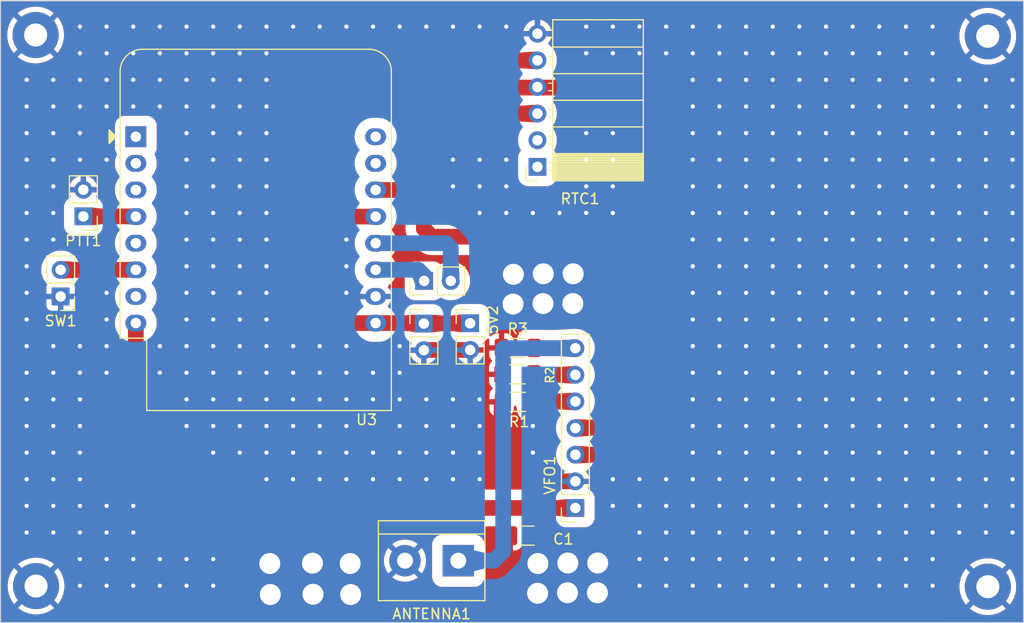
<source format=kicad_pcb>
(kicad_pcb (version 20221018) (generator pcbnew)
  (layers (0 "F.Cu" signal) (31 "B.Cu" signal) (34 "B.Paste" user) (35 "F.Paste" user) (36 "B.SilkS" user "B.Silkscreen") (37 "F.SilkS" user "F.Silkscreen") (38 "B.Mask" user) (39 "F.Mask" user) (44 "Edge.Cuts" user))
  (net 0 "")
  (net 3 "Net-(ANTENNA1-Pin_1)")
  (net 4 "GND")
  (net 5 "Net-(HEADER1-Pin_1)")
  (net 6 "Net-(HEADER1-Pin_2)")
  (net 7 "Net-(VFO1-S2)")
  (net 8 "Net-(VFO1-S1)")
  (net 9 "PTT")
  (net 10 "Net-(RTC1-SCL)")
  (net 11 "Net-(RTC1-SDA)")
  (net 12 "Net-(SW1-B)")
  (net 18 "+3.3V")
  (net 21 "+5V")
  (footprint "Connector_PinSocket_2.54mm:PinSocket_1x07_P2.54mm_Vertical" (layer "F.Cu") (at 82.8 62.16 180)
    (fp_text reference "VFO1")
    (fp_text value "SI5351-Module-VFO" hide)
  )
  (footprint "Module:WEMOS_D1_mini_light" (layer "F.Cu") (at 40.90086 26.742101)
    (fp_text reference "U3")
    (fp_text value "WeMos_D1_mini")
  )
  (footprint "Connector_PinHeader_2.54mm:PinHeader_1x02_P2.54mm_Vertical" (layer "F.Cu") (at 72.77 44.545)
    (fp_text reference "5V2")
    (fp_text value "5V" hide)
  )
  (footprint "Connector_PinSocket_2.54mm:PinSocket_1x06_P2.54mm_Horizontal" (layer "F.Cu") (at 79.186 29.618019 180)
    (fp_text reference "RTC1")
    (fp_text value "RTC_DS3231_Inverted" hide)
  )
  (footprint "Connector_PinHeader_2.54mm:PinHeader_1x02_P2.54mm_Vertical" (layer "F.Cu") (at 33.734 41.984981 180)
    (fp_text reference "SW1")
    (fp_text value "SW_SPST" hide)
  )
  (footprint "Connector_PinHeader_2.54mm:PinHeader_1x02_P2.54mm_Vertical" (layer "F.Cu") (at 68.358 44.567901)
    (fp_text reference "5V1" hide)
    (fp_text value "5V" hide)
  )
  (footprint "TerminalBlock:TerminalBlock_bornier-2_P5.08mm" (layer "F.Cu") (at 71.64 67.19 180)
    (fp_text reference "ANTENNA1")
    (fp_text value "ANTENNA")
  )
  (footprint "MountingHole:MountingHole_2.2mm_M2_Pad" (layer "F.Cu") (at 122.11 17.16)
    (fp_text reference "H2" hide)
    (fp_text value "MountingHole" hide)
  )
  (footprint "MountingHole:MountingHole_2.2mm_M2_Pad" (layer "F.Cu") (at 31.39 69.61)
    (fp_text reference "H3" hide)
    (fp_text value "MountingHole" hide)
  )
  (footprint "Resistor_SMD:R_1206_3216Metric_Pad1.30x1.75mm_HandSolder" (layer "F.Cu") (at 77.28 49.41)
    (fp_text reference "R2")
    (fp_text value "2.2k" hide)
  )
  (footprint "Resistor_SMD:R_1206_3216Metric_Pad1.30x1.75mm_HandSolder" (layer "F.Cu") (at 77.32 52.04)
    (fp_text reference "R1")
    (fp_text value "2.2k" hide)
  )
  (footprint "Connector_PinHeader_2.54mm:PinHeader_1x02_P2.54mm_Vertical" (layer "F.Cu") (at 35.9 34.345 180)
    (fp_text reference "PTT1")
    (fp_text value "PTT" hide)
  )
  (footprint "Resistor_SMD:R_1206_3216Metric_Pad1.30x1.75mm_HandSolder" (layer "F.Cu") (at 77.31 46.89)
    (fp_text reference "R3")
    (fp_text value "2.2k" hide)
  )
  (footprint "Connector_PinHeader_2.54mm:PinHeader_1x02_P2.54mm_Vertical" (layer "F.Cu") (at 68.385 40.5 90)
    (fp_text reference "HEADER1" hide)
    (fp_text value "HEADER" hide)
  )
  (footprint "MountingHole:MountingHole_2.2mm_M2_Pad" (layer "F.Cu") (at 31.35 17.04)
    (fp_text reference "H1" hide)
    (fp_text value "MountingHole" hide)
  )
  (footprint "Capacitor_SMD:C_1206_3216Metric_Pad1.33x1.80mm_HandSolder" (layer "F.Cu") (at 78.16 64.8 180)
    (fp_text reference "C1")
    (fp_text value "10uF" hide)
  )
  (footprint "MountingHole:MountingHole_2.2mm_M2_Pad" (layer "F.Cu") (at 122.12 69.67)
    (fp_text reference "H4" hide)
    (fp_text value "MountingHole" hide)
  )
  (gr_rect (start 28.004 13.774981) (end 125.524 73.094981) (stroke (width 0.1)) (fill none) (layer "Edge.Cuts"))
  (segment (start 82.8 46.92) (end 78.89 46.92) (width 1.5) (layer "F.Cu") (net 3))
  (segment (start 78.89 46.92) (end 78.86 46.89) (width 1.5) (layer "F.Cu") (net 3))
  (segment (start 75.03 67.19) (end 75.92 66.3) (width 1.5) (layer "B.Cu") (net 3))
  (segment (start 82.8 46.92) (end 76 46.92) (width 1.5) (layer "B.Cu") (net 3))
  (segment (start 75.92 47) (end 75.92 66.3) (width 1.5) (layer "B.Cu") (net 3))
  (segment (start 76 46.92) (end 75.92 47) (width 1.5) (layer "B.Cu") (net 3))
  (segment (start 71.64 67.19) (end 75.03 67.19) (width 1.5) (layer "B.Cu") (net 3))
  (segment (start 75.77 58.57) (end 75.77 52.04) (width 1.5) (layer "F.Cu") (net 4))
  (segment (start 76.82 59.62) (end 75.77 58.57) (width 1.5) (layer "F.Cu") (net 4))
  (segment (start 72.77 47.085) (end 68.380901 47.085) (width 1.5) (layer "F.Cu") (net 4))
  (segment (start 82.8 59.62) (end 76.82 59.62) (width 1.5) (layer "F.Cu") (net 4))
  (via (at 30.494 36.56) (size 0.8) (drill 0.4) (layers "F.Cu" "B.Cu") (net 4))
  (via (at 88.914 64.5) (size 0.8) (drill 0.4) (layers "F.Cu" "B.Cu") (net 4))
  (via (at 109.234 26.4) (size 0.8) (drill 0.4) (layers "F.Cu" "B.Cu") (net 4))
  (via (at 86.374 16.24) (size 0.8) (drill 0.4) (layers "F.Cu" "B.Cu") (net 4))
  (via (at 86.374 61.96) (size 0.8) (drill 0.4) (layers "F.Cu" "B.Cu") (net 4))
  (via (at 68.594 54.34) (size 0.8) (drill 0.4) (layers "F.Cu" "B.Cu") (net 4))
  (via (at 111.774 56.88) (size 0.8) (drill 0.4) (layers "F.Cu" "B.Cu") (net 4))
  (via (at 38.114 69.58) (size 0.8) (drill 0.4) (layers "F.Cu" "B.Cu") (net 4))
  (via (at 106.694 56.88) (size 0.8) (drill 0.4) (layers "F.Cu" "B.Cu") (net 4))
  (via (at 91.454 67.04) (size 0.8) (drill 0.4) (layers "F.Cu" "B.Cu") (net 4))
  (via (at 119.394 56.88) (size 0.8) (drill 0.4) (layers "F.Cu" "B.Cu") (net 4))
  (via (at 30.494 54.34) (size 0.8) (drill 0.4) (layers "F.Cu" "B.Cu") (net 4))
  (via (at 111.774 59.42) (size 0.8) (drill 0.4) (layers "F.Cu" "B.Cu") (net 4))
  (via (at 63.514 51.8) (size 0.8) (drill 0.4) (layers "F.Cu" "B.Cu") (net 4))
  (via (at 50.814 51.8) (size 0.8) (drill 0.4) (layers "F.Cu" "B.Cu") (net 4))
  (via (at 124.474 23.86) (size 0.8) (drill 0.4) (layers "F.Cu" "B.Cu") (net 4))
  (via (at 116.854 59.42) (size 0.8) (drill 0.4) (layers "F.Cu" "B.Cu") (net 4))
  (via (at 93.994 16.24) (size 0.8) (drill 0.4) (layers "F.Cu" "B.Cu") (net 4))
  (via (at 109.234 56.88) (size 0.8) (drill 0.4) (layers "F.Cu" "B.Cu") (net 4))
  (via (at 114.314 41.64) (size 0.8) (drill 0.4) (layers "F.Cu" "B.Cu") (net 4))
  (via (at 114.314 54.34) (size 0.8) (drill 0.4) (layers "F.Cu" "B.Cu") (net 4))
  (via (at 48.274 56.88) (size 0.8) (drill 0.4) (layers "F.Cu" "B.Cu") (net 4))
  (via (at 66.054 56.88) (size 0.8) (drill 0.4) (layers "F.Cu" "B.Cu") (net 4))
  (via (at 45.734 41.64) (size 0.8) (drill 0.4) (layers "F.Cu" "B.Cu") (net 4))
  (via (at 66.054 54.34) (size 0.8) (drill 0.4) (layers "F.Cu" "B.Cu") (net 4))
  (via (at 48.274 44.18) (size 0.8) (drill 0.4) (layers "F.Cu" "B.Cu") (net 4))
  (via (at 45.734 36.56) (size 0.8) (drill 0.4) (layers "F.Cu" "B.Cu") (net 4))
  (via (at 109.234 39.1) (size 0.8) (drill 0.4) (layers "F.Cu" "B.Cu") (net 4))
  (via (at 76.214 28.94) (size 0.8) (drill 0.4) (layers "F.Cu" "B.Cu") (net 4))
  (via (at 96.534 67.04) (size 0.8) (drill 0.4) (layers "F.Cu" "B.Cu") (net 4))
  (via (at 43.194 16.24) (size 0.8) (drill 0.4) (layers "F.Cu" "B.Cu") (net 4))
  (via (at 35.574 61.96) (size 0.8) (drill 0.4) (layers "F.Cu" "B.Cu") (net 4))
  (via (at 124.474 51.8) (size 0.8) (drill 0.4) (layers "F.Cu" "B.Cu") (net 4))
  (via (at 30.494 51.8) (size 0.8) (drill 0.4) (layers "F.Cu" "B.Cu") (net 4))
  (via (at 30.494 59.42) (size 0.8) (drill 0.4) (layers "F.Cu" "B.Cu") (net 4))
  (via (at 33.034 23.86) (size 0.8) (drill 0.4) (layers "F.Cu" "B.Cu") (net 4))
  (via (at 38.114 61.96) (size 0.8) (drill 0.4) (layers "F.Cu" "B.Cu") (net 4))
  (via (at 109.234 64.5) (size 0.8) (drill 0.4) (layers "F.Cu" "B.Cu") (net 4))
  (via (at 45.734 51.8) (size 0.8) (drill 0.4) (layers "F.Cu" "B.Cu") (net 4))
  (via (at 93.994 59.42) (size 0.8) (drill 0.4) (layers "F.Cu" "B.Cu") (net 4))
  (via (at 63.514 49.26) (size 0.8) (drill 0.4) (layers "F.Cu" "B.Cu") (net 4))
  (via (at 45.734 67.04) (size 0.8) (drill 0.4) (layers "F.Cu" "B.Cu") (net 4))
  (via (at 96.534 16.24) (size 0.8) (drill 0.4) (layers "F.Cu" "B.Cu") (net 4))
  (via (at 33.034 64.5) (size 0.8) (drill 0.4) (layers "F.Cu" "B.Cu") (net 4))
  (via (at 96.534 23.86) (size 0.8) (drill 0.4) (layers "F.Cu" "B.Cu") (net 4))
  (via (at 106.694 23.86) (size 0.8) (drill 0.4) (layers "F.Cu" "B.Cu") (net 4))
  (via (at 124.474 31.48) (size 0.8) (drill 0.4) (layers "F.Cu" "B.Cu") (net 4))
  (via (at 66.054 59.42) (size 0.8) (drill 0.4) (layers "F.Cu" "B.Cu") (net 4))
  (via (at 106.694 36.56) (size 0.8) (drill 0.4) (layers "F.Cu" "B.Cu") (net 4))
  (via (at 101.614 16.24) (size 0.8) (drill 0.4) (layers "F.Cu" "B.Cu") (net 4))
  (via (at 111.774 18.78) (size 0.8) (drill 0.4) (layers "F.Cu" "B.Cu") (net 4))
  (via (at 83.834 26.4) (size 0.8) (drill 0.4) (layers "F.Cu" "B.Cu") (net 4))
  (via (at 96.534 44.18) (size 0.8) (drill 0.4) (layers "F.Cu" "B.Cu") (net 4))
  (via (at 111.774 54.34) (size 0.8) (drill 0.4) (layers "F.Cu" "B.Cu") (net 4))
  (via (at 116.854 44.18) (size 0.8) (drill 0.4) (layers "F.Cu" "B.Cu") (net 4))
  (via (at 50.814 16.24) (size 0.8) (drill 0.4) (layers "F.Cu" "B.Cu") (net 4))
  (via (at 111.774 46.72) (size 0.8) (drill 0.4) (layers "F.Cu" "B.Cu") (net 4))
  (via (at 104.154 16.24) (size 0.8) (drill 0.4) (layers "F.Cu" "B.Cu") (net 4))
  (via (at 53.354 28.94) (size 0.8) (drill 0.4) (layers "F.Cu" "B.Cu") (net 4))
  (via (at 71.134 31.48) (size 0.8) (drill 0.4) (layers "F.Cu" "B.Cu") (net 4))
  (via (at 96.534 64.5) (size 0.8) (drill 0.4) (layers "F.Cu" "B.Cu") (net 4))
  (via (at 121.934 54.34) (size 0.8) (drill 0.4) (layers "F.Cu" "B.Cu") (net 4))
  (via (at 93.994 34.02) (size 0.8) (drill 0.4) (layers "F.Cu" "B.Cu") (net 4))
  (via (at 53.354 39.1) (size 0.8) (drill 0.4) (layers "F.Cu" "B.Cu") (net 4))
  (via (at 116.854 18.78) (size 0.8) (drill 0.4) (layers "F.Cu" "B.Cu") (net 4))
  (via (at 71.134 51.8) (size 0.8) (drill 0.4) (layers "F.Cu" "B.Cu") (net 4))
  (via (at 55.894 54.34) (size 0.8) (drill 0.4) (layers "F.Cu" "B.Cu") (net 4))
  (via (at 104.154 49.26) (size 0.8) (drill 0.4) (layers "F.Cu" "B.Cu") (net 4))
  (via (at 48.274 46.72) (size 0.8) (drill 0.4) (layers "F.Cu" "B.Cu") (net 4))
  (via (at 116.854 54.34) (size 0.8) (drill 0.4) (layers "F.Cu" "B.Cu") (net 4))
  (via (at 109.234 69.58) (size 0.8) (drill 0.4) (layers "F.Cu" "B.Cu") (net 4))
  (via (at 50.814 49.26) (size 0.8) (drill 0.4) (layers "F.Cu" "B.Cu") (net 4))
  (via (at 124.474 56.88) (size 0.8) (drill 0.4) (layers "F.Cu" "B.Cu") (net 4))
  (via (at 101.614 26.4) (size 0.8) (drill 0.4) (layers "F.Cu" "B.Cu") (net 4))
  (via (at 48.274 23.86) (size 0.8) (drill 0.4) (layers "F.Cu" "B.Cu") (net 4))
  (via (at 121.934 23.86) (size 0.8) (drill 0.4) (layers "F.Cu" "B.Cu") (net 4))
  (via (at 58.434 51.8) (size 0.8) (drill 0.4) (layers "F.Cu" "B.Cu") (net 4))
  (via (at 30.494 64.5) (size 0.8) (drill 0.4) (layers "F.Cu" "B.Cu") (net 4))
  (via (at 111.774 36.56) (size 0.8) (drill 0.4) (layers "F.Cu" "B.Cu") (net 4))
  (via (at 30.494 39.1) (size 0.8) (drill 0.4) (layers "F.Cu" "B.Cu") (net 4))
  (via (at 106.694 54.34) (size 0.8) (drill 0.4) (layers "F.Cu" "B.Cu") (net 4))
  (via (at 93.994 64.5) (size 0.8) (drill 0.4) (layers "F.Cu" "B.Cu") (net 4))
  (via (at 50.814 23.86) (size 0.8) (drill 0.4) (layers "F.Cu" "B.Cu") (net 4))
  (via (at 109.234 36.56) (size 0.8) (drill 0.4) (layers "F.Cu" "B.Cu") (net 4))
  (via (at 48.274 34.02) (size 0.8) (drill 0.4) (layers "F.Cu" "B.Cu") (net 4))
  (via (at 101.614 31.48) (size 0.8) (drill 0.4) (layers "F.Cu" "B.Cu") (net 4))
  (via (at 109.234 41.64) (size 0.8) (drill 0.4) (layers "F.Cu" "B.Cu") (net 4))
  (via (at 116.854 64.5) (size 0.8) (drill 0.4) (layers "F.Cu" "B.Cu") (net 4))
  (via (at 116.854 26.4) (size 0.8) (drill 0.4) (layers "F.Cu" "B.Cu") (net 4))
  (via (at 104.154 67.04) (size 0.8) (drill 0.4) (layers "F.Cu" "B.Cu") (net 4))
  (via (at 30.494 28.94) (size 0.8) (drill 0.4) (layers "F.Cu" "B.Cu") (net 4))
  (via (at 124.474 21.32) (size 0.8) (drill 0.4) (layers "F.Cu" "B.Cu") (net 4))
  (via (at 76.214 31.48) (size 0.8) (drill 0.4) (layers "F.Cu" "B.Cu") (net 4))
  (via (at 73.674 16.24) (size 0.8) (drill 0.4) (layers "F.Cu" "B.Cu") (net 4))
  (via (at 33.034 36.56) (size 0.8) (drill 0.4) (layers "F.Cu" "B.Cu") (net 4))
  (via (at 101.614 49.26) (size 0.8) (drill 0.4) (layers "F.Cu" "B.Cu") (net 4))
  (via (at 93.994 31.48) (size 0.8) (drill 0.4) (layers "F.Cu" "B.Cu") (net 4))
  (via (at 66.054 16.24) (size 0.8) (drill 0.4) (layers "F.Cu" "B.Cu") (net 4))
  (via (at 79.2 70.3) (size 2.2) (drill 2) (layers "F.Cu" "B.Cu") (net 4))
  (via (at 106.694 61.96) (size 0.8) (drill 0.4) (layers "F.Cu" "B.Cu") (net 4))
  (via (at 99.074 21.32) (size 0.8) (drill 0.4) (layers "F.Cu" "B.Cu") (net 4))
  (via (at 53.354 21.32) (size 0.8) (drill 0.4) (layers "F.Cu" "B.Cu") (net 4))
  (via (at 93.994 69.58) (size 0.8) (drill 0.4) (layers "F.Cu" "B.Cu") (net 4))
  (via (at 45.734 54.34) (size 0.8) (drill 0.4) (layers "F.Cu" "B.Cu") (net 4))
  (via (at 50.814 36.56) (size 0.8) (drill 0.4) (layers "F.Cu" "B.Cu") (net 4))
  (via (at 111.774 64.5) (size 0.8) (drill 0.4) (layers "F.Cu" "B.Cu") (net 4))
  (via (at 101.614 46.72) (size 0.8) (drill 0.4) (layers "F.Cu" "B.Cu") (net 4))
  (via (at 35.574 56.88) (size 0.8) (drill 0.4) (layers "F.Cu" "B.Cu") (net 4))
  (via (at 53.354 41.64) (size 0.8) (drill 0.4) (layers "F.Cu" "B.Cu") (net 4))
  (via (at 119.394 36.56) (size 0.8) (drill 0.4) (layers "F.Cu" "B.Cu") (net 4))
  (via (at 111.774 26.4) (size 0.8) (drill 0.4) (layers "F.Cu" "B.Cu") (net 4))
  (via (at 99.074 54.34) (size 0.8) (drill 0.4) (layers "F.Cu" "B.Cu") (net 4))
  (via (at 104.154 64.5) (size 0.8) (drill 0.4) (layers "F.Cu" "B.Cu") (net 4))
  (via (at 50.814 54.34) (size 0.8) (drill 0.4) (layers "F.Cu" "B.Cu") (net 4))
  (via (at 58.434 49.26) (size 0.8) (drill 0.4) (layers "F.Cu" "B.Cu") (net 4))
  (via (at 96.534 69.58) (size 0.8) (drill 0.4) (layers "F.Cu" "B.Cu") (net 4))
  (via (at 48.274 69.58) (size 0.8) (drill 0.4) (layers "F.Cu" "B.Cu") (net 4))
  (via (at 50.814 28.94) (size 0.8) (drill 0.4) (layers "F.Cu" "B.Cu") (net 4))
  (via (at 124.474 44.18) (size 0.8) (drill 0.4) (layers "F.Cu" "B.Cu") (net 4))
  (via (at 86.374 34.02) (size 0.8) (drill 0.4) (layers "F.Cu" "B.Cu") (net 4))
  (via (at 82.59 39.82) (size 2.2) (drill 2) (layers "F.Cu" "B.Cu") (net 4))
  (via (at 114.314 34.02) (size 0.8) (drill 0.4) (layers "F.Cu" "B.Cu") (net 4))
  (via (at 88.914 67.04) (size 0.8) (drill 0.4) (layers "F.Cu" "B.Cu") (net 4))
  (via (at 101.614 69.58) (size 0.8) (drill 0.4) (layers "F.Cu" "B.Cu") (net 4))
  (via (at 68.594 51.8) (size 0.8) (drill 0.4) (layers "F.Cu" "B.Cu") (net 4))
  (via (at 88.914 18.78) (size 0.8) (drill 0.4) (layers "F.Cu" "B.Cu") (net 4))
  (via (at 76.86 42.71) (size 2.2) (drill 2) (layers "F.Cu" "B.Cu") (net 4))
  (via (at 111.774 23.86) (size 0.8) (drill 0.4) (layers "F.Cu" "B.Cu") (net 4))
  (via (at 124.474 41.64) (size 0.8) (drill 0.4) (layers "F.Cu" "B.Cu") (net 4))
  (via (at 121.934 36.56) (size 0.8) (drill 0.4) (layers "F.Cu" "B.Cu") (net 4))
  (via (at 53.354 16.24) (size 0.8) (drill 0.4) (layers "F.Cu" "B.Cu") (net 4))
  (via (at 50.814 26.4) (size 0.8) (drill 0.4) (layers "F.Cu" "B.Cu") (net 4))
  (via (at 53.354 46.72) (size 0.8) (drill 0.4) (layers "F.Cu" "B.Cu") (net 4))
  (via (at 38.114 46.72) (size 0.8) (drill 0.4) (layers "F.Cu" "B.Cu") (net 4))
  (via (at 109.234 67.04) (size 0.8) (drill 0.4) (layers "F.Cu" "B.Cu") (net 4))
  (via (at 48.274 51.8) (size 0.8) (drill 0.4) (layers "F.Cu" "B.Cu") (net 4))
  (via (at 38.114 23.86) (size 0.8) (drill 0.4) (layers "F.Cu" "B.Cu") (net 4))
  (via (at 83.834 28.94) (size 0.8) (drill 0.4) (layers "F.Cu" "B.Cu") (net 4))
  (via (at 104.154 51.8) (size 0.8) (drill 0.4) (layers "F.Cu" "B.Cu") (net 4))
  (via (at 93.994 56.88) (size 0.8) (drill 0.4) (layers "F.Cu" "B.Cu") (net 4))
  (via (at 45.734 31.48) (size 0.8) (drill 0.4) (layers "F.Cu" "B.Cu") (net 4))
  (via (at 114.314 31.48) (size 0.8) (drill 0.4) (layers "F.Cu" "B.Cu") (net 4))
  (via (at 116.854 67.04) (size 0.8) (drill 0.4) (layers "F.Cu" "B.Cu") (net 4))
  (via (at 93.994 23.86) (size 0.8) (drill 0.4) (layers "F.Cu" "B.Cu") (net 4))
  (via (at 30.494 46.72) (size 0.8) (drill 0.4) (layers "F.Cu" "B.Cu") (net 4))
  (via (at 116.854 49.26) (size 0.8) (drill 0.4) (layers "F.Cu" "B.Cu") (net 4))
  (via (at 124.474 36.56) (size 0.8) (drill 0.4) (layers "F.Cu" "B.Cu") (net 4))
  (via (at 96.534 31.48) (size 0.8) (drill 0.4) (layers "F.Cu" "B.Cu") (net 4))
  (via (at 35.574 51.8) (size 0.8) (drill 0.4) (layers "F.Cu" "B.Cu") (net 4))
  (via (at 50.814 31.48) (size 0.8) (drill 0.4) (layers "F.Cu" "B.Cu") (net 4))
  (via (at 71.134 54.34) (size 0.8) (drill 0.4) (layers "F.Cu" "B.Cu") (net 4))
  (via (at 76.214 34.02) (size 0.8) (drill 0.4) (layers "F.Cu" "B.Cu") (net 4))
  (via (at 104.154 59.42) (size 0.8) (drill 0.4) (layers "F.Cu" "B.Cu") (net 4))
  (via (at 35.574 59.42) (size 0.8) (drill 0.4) (layers "F.Cu" "B.Cu") (net 4))
  (via (at 96.534 39.1) (size 0.8) (drill 0.4) (layers "F.Cu" "B.Cu") (net 4))
  (via (at 30.494 41.64) (size 0.8) (drill 0.4) (layers "F.Cu" "B.Cu") (net 4))
  (via (at 99.074 28.94) (size 0.8) (drill 0.4) (layers "F.Cu" "B.Cu") (net 4))
  (via (at 114.314 67.04) (size 0.8) (drill 0.4) (layers "F.Cu" "B.Cu") (net 4))
  (via (at 82.05 70.25) (size 2.2) (drill 2) (layers "F.Cu" "B.Cu") (net 4))
  (via (at 96.534 28.94) (size 0.8) (drill 0.4) (layers "F.Cu" "B.Cu") (net 4))
  (via (at 33.034 28.94) (size 0.8) (drill 0.4) (layers "F.Cu" "B.Cu") (net 4))
  (via (at 106.694 59.42) (size 0.8) (drill 0.4) (layers "F.Cu" "B.Cu") (net 4))
  (via (at 48.274 26.4) (size 0.8) (drill 0.4) (layers "F.Cu" "B.Cu") (net 4))
  (via (at 114.314 46.72) (size 0.8) (drill 0.4) (layers "F.Cu" "B.Cu") (net 4))
  (via (at 104.154 36.56) (size 0.8) (drill 0.4) (layers "F.Cu" "B.Cu") (net 4))
  (via (at 121.934 51.8) (size 0.8) (drill 0.4) (layers "F.Cu" "B.Cu") (net 4))
  (via (at 48.274 18.78) (size 0.8) (drill 0.4) (layers "F.Cu" "B.Cu") (net 4))
  (via (at 53.354 36.56) (size 0.8) (drill 0.4) (layers "F.Cu" "B.Cu") (net 4))
  (via (at 101.614 18.78) (size 0.8) (drill 0.4) (layers "F.Cu" "B.Cu") (net 4))
  (via (at 121.934 41.64) (size 0.8) (drill 0.4) (layers "F.Cu" "B.Cu") (net 4))
  (via (at 116.854 69.58) (size 0.8) (drill 0.4) (layers "F.Cu" "B.Cu") (net 4))
  (via (at 50.814 39.1) (size 0.8) (drill 0.4) (layers "F.Cu" "B.Cu") (net 4))
  (via (at 96.534 56.88) (size 0.8) (drill 0.4) (layers "F.Cu" "B.Cu") (net 4))
  (via (at 114.314 49.26) (size 0.8) (drill 0.4) (layers "F.Cu" "B.Cu") (net 4))
  (via (at 96.534 49.26) (size 0.8) (drill 0.4) (layers "F.Cu" "B.Cu") (net 4))
  (via (at 114.314 59.42) (size 0.8) (drill 0.4) (layers "F.Cu" "B.Cu") (net 4))
  (via (at 101.614 51.8) (size 0.8) (drill 0.4) (layers "F.Cu" "B.Cu") (net 4))
  (via (at 50.814 44.18) (size 0.8) (drill 0.4) (layers "F.Cu" "B.Cu") (net 4))
  (via (at 101.614 56.88) (size 0.8) (drill 0.4) (layers "F.Cu" "B.Cu") (net 4))
  (via (at 111.774 49.26) (size 0.8) (drill 0.4) (layers "F.Cu" "B.Cu") (net 4))
  (via (at 71.134 59.42) (size 0.8) (drill 0.4) (layers "F.Cu" "B.Cu") (net 4))
  (via (at 38.114 67.04) (size 0.8) (drill 0.4) (layers "F.Cu" "B.Cu") (net 4))
  (via (at 93.994 18.78) (size 0.8) (drill 0.4) (layers "F.Cu" "B.Cu") (net 4))
  (via (at 119.394 26.4) (size 0.8) (drill 0.4) (layers "F.Cu" "B.Cu") (net 4))
  (via (at 86.374 28.94) (size 0.8) (drill 0.4) (layers "F.Cu" "B.Cu") (net 4))
  (via (at 96.534 46.72) (size 0.8) (drill 0.4) (layers "F.Cu" "B.Cu") (net 4))
  (via (at 121.934 46.72) (size 0.8) (drill 0.4) (layers "F.Cu" "B.Cu") (net 4))
  (via (at 33.034 31.48) (size 0.8) (drill 0.4) (layers "F.Cu" "B.Cu") (net 4))
  (via (at 114.314 51.8) (size 0.8) (drill 0.4) (layers "F.Cu" "B.Cu") (net 4))
  (via (at 63.514 56.88) (size 0.8) (drill 0.4) (layers "F.Cu" "B.Cu") (net 4))
  (via (at 99.074 41.64) (size 0.8) (drill 0.4) (layers "F.Cu" "B.Cu") (net 4))
  (via (at 111.774 28.94) (size 0.8) (drill 0.4) (layers "F.Cu" "B.Cu") (net 4))
  (via (at 60.974 54.34) (size 0.8) (drill 0.4) (layers "F.Cu" "B.Cu") (net 4))
  (via (at 40.654 18.78) (size 0.8) (drill 0.4) (layers "F.Cu" "B.Cu") (net 4))
  (via (at 106.694 26.4) (size 0.8) (drill 0.4) (layers "F.Cu" "B.Cu") (net 4))
  (via (at 79.74 39.82) (size 2.2) (drill 2) (layers "F.Cu" "B.Cu") (net 4))
  (via (at 66.054 49.26) (size 0.8) (drill 0.4) (layers "F.Cu" "B.Cu") (net 4))
  (via (at 104.154 46.72) (size 0.8) (drill 0.4) (layers "F.Cu" "B.Cu") (net 4))
  (via (at 40.654 16.24) (size 0.8) (drill 0.4) (layers "F.Cu" "B.Cu") (net 4))
  (via (at 104.154 23.86) (size 0.8) (drill 0.4) (layers "F.Cu" "B.Cu") (net 4))
  (via (at 55.894 46.72) (size 0.8) (drill 0.4) (layers "F.Cu" "B.Cu") (net 4))
  (via (at 48.274 21.32) (size 0.8) (drill 0.4) (layers "F.Cu" "B.Cu") (net 4))
  (via (at 111.774 61.96) (size 0.8) (drill 0.4) (layers "F.Cu" "B.Cu") (net 4))
  (via (at 60.974 56.88) (size 0.8) (drill 0.4) (layers "F.Cu" "B.Cu") (net 4))
  (via (at 114.314 26.4) (size 0.8) (drill 0.4) (layers "F.Cu" "B.Cu") (net 4))
  (via (at 60.974 46.72) (size 0.8) (drill 0.4) (layers "F.Cu" "B.Cu") (net 4))
  (via (at 58.434 56.88) (size 0.8) (drill 0.4) (layers "F.Cu" "B.Cu") (net 4))
  (via (at 33.034 56.88) (size 0.8) (drill 0.4) (layers "F.Cu" "B.Cu") (net 4))
  (via (at 45.734 44.18) (size 0.8) (drill 0.4) (layers "F.Cu" "B.Cu") (net 4))
  (via (at 106.694 16.24) (size 0.8) (drill 0.4) (layers "F.Cu" "B.Cu") (net 4))
  (via (at 53.354 59.42) (size 0.8) (drill 0.4) (layers "F.Cu" "B.Cu") (net 4))
  (via (at 91.454 69.58) (size 0.8) (drill 0.4) (layers "F.Cu" "B.Cu") (net 4))
  (via (at 96.534 61.96) (size 0.8) (drill 0.4) (layers "F.Cu" "B.Cu") (net 4))
  (via (at 101.614 34.02) (size 0.8) (drill 0.4) (layers "F.Cu" "B.Cu") (net 4))
  (via (at 63.514 16.24) (size 0.8) (drill 0.4) (layers "F.Cu" "B.Cu") (net 4))
  (via (at 114.314 36.56) (size 0.8) (drill 0.4) (layers "F.Cu" "B.Cu") (net 4))
  (via (at 93.994 44.18) (size 0.8) (drill 0.4) (layers "F.Cu" "B.Cu") (net 4))
  (via (at 53.354 34.02) (size 0.8) (drill 0.4) (layers "F.Cu" "B.Cu") (net 4))
  (via (at 114.314 23.86) (size 0.8) (drill 0.4) (layers "F.Cu" "B.Cu") (net 4))
  (via (at 106.694 67.04) (size 0.8) (drill 0.4) (layers "F.Cu" "B.Cu") (net 4))
  (via (at 58.434 16.24) (size 0.8) (drill 0.4) (layers "F.Cu" "B.Cu") (net 4))
  (via (at 116.854 41.64) (size 0.8) (drill 0.4) (layers "F.Cu" "B.Cu") (net 4))
  (via (at 121.934 39.1) (size 0.8) (drill 0.4) (layers "F.Cu" "B.Cu") (net 4))
  (via (at 60.974 41.64) (size 0.8) (drill 0.4) (layers "F.Cu" "B.Cu") (net 4))
  (via (at 83.834 31.48) (size 0.8) (drill 0.4) (layers "F.Cu" "B.Cu") (net 4))
  (via (at 38.114 28.94) (size 0.8) (drill 0.4) (layers "F.Cu" "B.Cu") (net 4))
  (via (at 109.234 31.48) (size 0.8) (drill 0.4) (layers "F.Cu" "B.Cu") (net 4))
  (via (at 45.734 26.4) (size 0.8) (drill 0.4) (layers "F.Cu" "B.Cu") (net 4))
  (via (at 93.994 41.64) (size 0.8) (drill 0.4) (layers "F.Cu" "B.Cu") (net 4))
  (via (at 106.694 39.1) (size 0.8) (drill 0.4) (layers "F.Cu" "B.Cu") (net 4))
  (via (at 104.154 34.02) (size 0.8) (drill 0.4) (layers "F.Cu" "B.Cu") (net 4))
  (via (at 91.454 61.96) (size 0.8) (drill 0.4) (layers "F.Cu" "B.Cu") (net 4))
  (via (at 106.694 44.18) (size 0.8) (drill 0.4) (layers "F.Cu" "B.Cu") (net 4))
  (via (at 119.394 21.32) (size 0.8) (drill 0.4) (layers "F.Cu" "B.Cu") (net 4))
  (via (at 33.034 26.4) (size 0.8) (drill 0.4) (layers "F.Cu" "B.Cu") (net 4))
  (via (at 99.074 31.48) (size 0.8) (drill 0.4) (layers "F.Cu" "B.Cu") (net 4))
  (via (at 111.774 31.48) (size 0.8) (drill 0.4) (layers "F.Cu" "B.Cu") (net 4))
  (via (at 114.314 28.94) (size 0.8) (drill 0.4) (layers "F.Cu" "B.Cu") (net 4))
  (via (at 99.074 46.72) (size 0.8) (drill 0.4) (layers "F.Cu" "B.Cu") (net 4))
  (via (at 119.394 46.72) (size 0.8) (drill 0.4) (layers "F.Cu" "B.Cu") (net 4))
  (via (at 40.654 21.32) (size 0.8) (drill 0.4) (layers "F.Cu" "B.Cu") (net 4))
  (via (at 106.694 49.26) (size 0.8) (drill 0.4) (layers "F.Cu" "B.Cu") (net 4))
  (via (at 43.194 67.04) (size 0.8) (drill 0.4) (layers "F.Cu" "B.Cu") (net 4))
  (via (at 53.354 18.78) (size 0.8) (drill 0.4) (layers "F.Cu" "B.Cu") (net 4))
  (via (at 57.79 70.39) (size 2.2) (drill 2) (layers "F.Cu" "B.Cu") (net 4))
  (via (at 93.994 67.04) (size 0.8) (drill 0.4) (layers "F.Cu" "B.Cu") (net 4))
  (via (at 109.234 16.24) (size 0.8) (drill 0.4) (layers "F.Cu" "B.Cu") (net 4))
  (via (at 43.194 46.72) (size 0.8) (drill 0.4) (layers "F.Cu" "B.Cu") (net 4))
  (via (at 73.674 59.42) (size 0.8) (drill 0.4) (layers "F.Cu" "B.Cu") (net 4))
  (via (at 35.574 28.94) (size 0.8) (drill 0.4) (layers "F.Cu" "B.Cu") (net 4))
  (via (at 48.274 31.48) (size 0.8) (drill 0.4) (layers "F.Cu" "B.Cu") (net 4))
  (via (at 93.994 21.32) (size 0.8) (drill 0.4) (layers "F.Cu" "B.Cu") (net 4))
  (via (at 106.694 34.02) (size 0.8) (drill 0.4) (layers "F.Cu" "B.Cu") (net 4))
  (via (at 35.574 69.58) (size 0.8) (drill 0.4) (layers "F.Cu" "B.Cu") (net 4))
  (via (at 106.694 21.32) (size 0.8) (drill 0.4) (layers "F.Cu" "B.Cu") (net 4))
  (via (at 114.314 44.18) (size 0.8) (drill 0.4) (layers "F.Cu" "B.Cu") (net 4))
  (via (at 121.934 49.26) (size 0.8) (drill 0.4) (layers "F.Cu" "B.Cu") (net 4))
  (via (at 35.574 16.24) (size 0.8) (drill 0.4) (layers "F.Cu" "B.Cu") (net 4))
  (via (at 93.994 39.1) (size 0.8) (drill 0.4) (layers "F.Cu" "B.Cu") (net 4))
  (via (at 119.394 59.42) (size 0.8) (drill 0.4) (layers "F.Cu" "B.Cu") (net 4))
  (via (at 91.454 59.42) (size 0.8) (drill 0.4) (layers "F.Cu" "B.Cu") (net 4))
  (via (at 81.294 34.02) (size 0.8) (drill 0.4) (layers "F.Cu" "B.Cu") (net 4))
  (via (at 104.154 31.48) (size 0.8) (drill 0.4) (layers "F.Cu" "B.Cu") (net 4))
  (via (at 84.9 70.25) (size 2.2) (drill 2) (layers "F.Cu" "B.Cu") (net 4))
  (via (at 79.71 42.66) (size 2.2) (drill 2) (layers "F.Cu" "B.Cu") (net 4))
  (via (at 111.774 21.32) (size 0.8) (drill 0.4) (layers "F.Cu" "B.Cu") (net 4))
  (via (at 35.574 23.86) (size 0.8) (drill 0.4) (layers "F.Cu" "B.Cu") (net 4))
  (via (at 48.274 49.26) (size 0.8) (drill 0.4) (layers "F.Cu" "B.Cu") (net 4))
  (via (at 45.734 39.1) (size 0.8) (drill 0.4) (layers "F.Cu" "B.Cu") (net 4))
  (via (at 33.034 21.32) (size 0.8) (drill 0.4) (layers "F.Cu" "B.Cu") (net 4))
  (via (at 30.494 23.86) (size 0.8) (drill 0.4) (layers "F.Cu" "B.Cu") (net 4))
  (via (at 116.854 39.1) (size 0.8) (drill 0.4) (layers "F.Cu" "B.Cu") (net 4))
  (via (at 53.354 23.86) (size 0.8) (drill 0.4) (layers "F.Cu" "B.Cu") (net 4))
  (via (at 60.974 16.24) (size 0.8) (drill 0.4) (layers "F.Cu" "B.Cu") (net 4))
  (via (at 104.154 26.4) (size 0.8) (drill 0.4) (layers "F.Cu" "B.Cu") (net 4))
  (via (at 82.08 67.41) (size 2.2) (drill 2) (layers "F.Cu" "B.Cu") (net 4))
  (via (at 116.854 36.56) (size 0.8) (drill 0.4) (layers "F.Cu" "B.Cu") (net 4))
  (via (at 82.56 42.66) (size 2.2) (drill 2) (layers "F.Cu" "B.Cu") (net 4))
  (via (at 119.394 23.86) (size 0.8) (drill 0.4) (layers "F.Cu" "B.Cu") (net 4))
  (via (at 61.33 67.46) (size 2.2) (drill 2) (layers "F.Cu" "B.Cu") (net 4))
  (via (at 38.114 44.18) (size 0.8) (drill 0.4) (layers "F.Cu" "B.Cu") (net 4))
  (via (at 35.574 18.78) (size 0.8) (drill 0.4) (layers "F.Cu" "B.Cu") (net 4))
  (via (at 30.494 56.88) (size 0.8) (drill 0.4) (layers "F.Cu" "B.Cu") (net 4))
  (via (at 106.694 41.64) (size 0.8) (drill 0.4) (layers "F.Cu" "B.Cu") (net 4))
  (via (at 35.574 64.5) (size 0.8) (drill 0.4) (layers "F.Cu" "B.Cu") (net 4))
  (via (at 43.194 69.58) (size 0.8) (drill 0.4) (layers "F.Cu" "B.Cu") (net 4))
  (via (at 109.234 61.96) (size 0.8) (drill 0.4) (layers "F.Cu" "B.Cu") (net 4))
  (via (at 83.834 16.24) (size 0.8) (drill 0.4) (layers "F.Cu" "B.Cu") (net 4))
  (via (at 111.774 69.58) (size 0.8) (drill 0.4) (layers "F.Cu" "B.Cu") (net 4))
  (via (at 101.614 21.32) (size 0.8) (drill 0.4) (layers "F.Cu" "B.Cu") (net 4))
  (via (at 104.154 21.32) (size 0.8) (drill 0.4) (layers "F.Cu" "B.Cu") (net 4))
  (via (at 53.354 51.8) (size 0.8) (drill 0.4) (layers "F.Cu" "B.Cu") (net 4))
  (via (at 88.914 16.24) (size 0.8) (drill 0.4) (layers "F.Cu" "B.Cu") (net 4))
  (via (at 33.034 49.26) (size 0.8) (drill 0.4) (layers "F.Cu" "B.Cu") (net 4))
  (via (at 45.734 69.58) (size 0.8) (drill 0.4) (layers "F.Cu" "B.Cu") (net 4))
  (via (at 78.754 56.88) (size 0.8) (drill 0.4) (layers "F.Cu" "B.Cu") (net 4))
  (via (at 101.614 61.96) (size 0.8) (drill 0.4) (layers "F.Cu" "B.Cu") (net 4))
  (via (at 93.994 28.94) (size 0.8) (drill 0.4) (layers "F.Cu" "B.Cu") (net 4))
  (via (at 88.914 59.42) (size 0.8) (drill 0.4) (layers "F.Cu" "B.Cu") (net 4))
  (via (at 30.494 31.48) (size 0.8) (drill 0.4) (layers "F.Cu" "B.Cu") (net 4))
  (via (at 40.654 64.5) (size 0.8) (drill 0.4) (layers "F.Cu" "B.Cu") (net 4))
  (via (at 96.534 21.32) (size 0.8) (drill 0.4) (layers "F.Cu" "B.Cu") (net 4))
  (via (at 104.154 61.96) (size 0.8) (drill 0.4) (layers "F.Cu" "B.Cu") (net 4))
  (via (at 61.38 70.42) (size 2.2) (drill 2) (layers "F.Cu" "B.Cu") (net 4))
  (via (at 38.114 49.26) (size 0.8) (drill 0.4) (layers "F.Cu" "B.Cu") (net 4))
  (via (at 96.534 59.42) (size 0.8) (drill 0.4) (layers "F.Cu" "B.Cu") (net 4))
  (via (at 101.614 59.42) (size 0.8) (drill 0.4) (layers "F.Cu" "B.Cu") (net 4))
  (via (at 124.474 39.1) (size 0.8) (drill 0.4) (layers "F.Cu" "B.Cu") (net 4))
  (via (at 111.774 67.04) (size 0.8) (drill 0.4) (layers "F.Cu" "B.Cu") (net 4))
  (via (at 99.074 49.26) (size 0.8) (drill 0.4) (layers "F.Cu" "B.Cu") (net 4))
  (via (at 58.434 59.42) (size 0.8) (drill 0.4) (layers "F.Cu" "B.Cu") (net 4))
  (via (at 30.494 26.4) (size 0.8) (drill 0.4) (layers "F.Cu" "B.Cu") (net 4))
  (via (at 109.234 18.78) (size 0.8) (drill 0.4) (layers "F.Cu" "B.Cu") (net 4))
  (via (at 73.674 34.02) (size 0.8) (drill 0.4) (layers "F.Cu" "B.Cu") (net 4))
  (via (at 76.89 39.87) (size 2.2) (drill 2) (layers "F.Cu" "B.Cu") (net 4))
  (via (at 48.274 16.24) (size 0.8) (drill 0.4) (layers "F.Cu" "B.Cu") (net 4))
  (via (at 119.394 28.94) (size 0.8) (drill 0.4) (layers "F.Cu" "B.Cu") (net 4))
  (via (at 55.894 56.88) (size 0.8) (drill 0.4) (layers "F.Cu" "B.Cu") (net 4))
  (via (at 116.854 21.32) (size 0.8) (drill 0.4) (layers "F.Cu" "B.Cu") (net 4))
  (via (at 43.194 21.32) (size 0.8) (drill 0.4) (layers "F.Cu" "B.Cu") (net 4))
  (via (at 55.894 49.26) (size 0.8) (drill 0.4) (layers "F.Cu" "B.Cu") (net 4))
  (via (at 109.234 28.94) (size 0.8) (drill 0.4) (layers "F.Cu" "B.Cu") (net 4))
  (via (at 78.754 34.02) (size 0.8) (drill 0.4) (layers "F.Cu" "B.Cu") (net 4))
  (via (at 66.054 46.72) (size 0.8) (drill 0.4) (layers "F.Cu" "B.Cu") (net 4))
  (via (at 35.574 67.04) (size 0.8) (drill 0.4) (layers "F.Cu" "B.Cu") (net 4))
  (via (at 40.654 23.86) (size 0.8) (drill 0.4) (layers "F.Cu" "B.Cu") (net 4))
  (via (at 73.674 28.94) (size 0.8) (drill 0.4) (layers "F.Cu" "B.Cu") (net 4))
  (via (at 68.594 56.88) (size 0.8) (drill 0.4) (layers "F.Cu" "B.Cu") (net 4))
  (via (at 71.134 16.24) (size 0.8) (drill 0.4) (layers "F.Cu" "B.Cu") (net 4))
  (via (at 50.814 18.78) (size 0.8) (drill 0.4) (layers "F.Cu" "B.Cu") (net 4))
  (via (at 93.994 36.56) (size 0.8) (drill 0.4) (layers "F.Cu" "B.Cu") (net 4))
  (via (at 99.074 23.86) (size 0.8) (drill 0.4) (layers "F.Cu" "B.Cu") (net 4))
  (via (at 60.974 39.1) (size 0.8) (drill 0.4) (layers "F.Cu" "B.Cu") (net 4))
  (via (at 124.474 49.26) (size 0.8) (drill 0.4) (layers "F.Cu" "B.Cu") (net 4))
  (via (at 111.774 16.24) (size 0.8) (drill 0.4) (layers "F.Cu" "B.Cu") (net 4))
  (via (at 106.694 18.78) (size 0.8) (drill 0.4) (layers "F.Cu" "B.Cu") (net 4))
  (via (at 114.314 61.96) (size 0.8) (drill 0.4) (layers "F.Cu" "B.Cu") (net 4))
  (via (at 71.134 28.94) (size 0.8) (drill 0.4) (layers "F.Cu" "B.Cu") (net 4))
  (via (at 86.374 59.42) (size 0.8) (drill 0.4) (layers "F.Cu" "B.Cu") (net 4))
  (via (at 109.234 34.02) (size 0.8) (drill 0.4) (layers "F.Cu" "B.Cu") (net 4))
  (via (at 53.354 56.88) (size 0.8) (drill 0.4) (layers "F.Cu" "B.Cu") (net 4))
  (via (at 53.67 67.46) (size 2.2) (drill 2) (layers "F.Cu" "B.Cu") (net 4))
  (via (at 99.074 34.02) (size 0.8) (drill 0.4) (layers "F.Cu" "B.Cu") (net 4))
  (via (at 48.274 67.04) (size 0.8) (drill 0.4) (layers "F.Cu" "B.Cu") (net 4))
  (via (at 33.034 34.02) (size 0.8) (drill 0.4) (layers "F.Cu" "B.Cu") (net 4))
  (via (at 93.994 26.4) (size 0.8) (drill 0.4) (layers "F.Cu" "B.Cu") (net 4))
  (via (at 35.574 46.72) (size 0.8) (drill 0.4) (layers "F.Cu" "B.Cu") (net 4))
  (via (at 109.234 44.18) (size 0.8) (drill 0.4) (layers "F.Cu" "B.Cu") (net 4))
  (via (at 96.534 41.64) (size 0.8) (drill 0.4) (layers "F.Cu" "B.Cu") (net 4))
  (via (at 124.474 26.4) (size 0.8) (drill 0.4) (layers "F.Cu" "B.Cu") (net 4))
  (via (at 114.314 16.24) (size 0.8) (drill 0.4) (layers "F.Cu" "B.Cu") (net 4))
  (via (at 33.034 59.42) (size 0.8) (drill 0.4) (layers "F.Cu" "B.Cu") (net 4))
  (via (at 109.234 46.72) (size 0.8) (drill 0.4) (layers "F.Cu" "B.Cu") (net 4))
  (via (at 119.394 39.1) (size 0.8) (drill 0.4) (layers "F.Cu" "B.Cu") (net 4))
  (via (at 53.354 49.26) (size 0.8) (drill 0.4) (layers "F.Cu" "B.Cu") (net 4))
  (via (at 99.074 36.56) (size 0.8) (drill 0.4) (layers "F.Cu" "B.Cu") (net 4))
  (via (at 73.674 51.8) (size 0.8) (drill 0.4) (layers "F.Cu" "B.Cu") (net 4))
  (via (at 53.354 54.34) (size 0.8) (drill 0.4) (layers "F.Cu" "B.Cu") (net 4))
  (via (at 38.114 64.5) (size 0.8) (drill 0.4) (layers "F.Cu" "B.Cu") (net 4))
  (via (at 93.994 49.26) (size 0.8) (drill 0.4) (layers "F.Cu" "B.Cu") (net 4))
  (via (at 101.614 23.86) (size 0.8) (drill 0.4) (layers "F.Cu" "B.Cu") (net 4))
  (via (at 119.394 61.96) (size 0.8) (drill 0.4) (layers "F.Cu" "B.Cu") (net 4))
  (via (at 38.114 41.64) (size 0.8) (drill 0.4) (layers "F.Cu" "B.Cu") (net 4))
  (via (at 96.534 51.8) (size 0.8) (drill 0.4) (layers "F.Cu" "B.Cu") (net 4))
  (via (at 99.074 16.24) (size 0.8) (drill 0.4) (layers "F.Cu" "B.Cu") (net 4))
  (via (at 86.374 18.78) (size 0.8) (drill 0.4) (layers "F.Cu" "B.Cu") (net 4))
  (via (at 45.734 46.72) (size 0.8) (drill 0.4) (layers "F.Cu" "B.Cu") (net 4))
  (via (at 93.994 54.34) (size 0.8) (drill 0.4) (layers "F.Cu" "B.Cu") (net 4))
  (via (at 99.074 64.5) (size 0.8) (drill 0.4) (layers "F.Cu" "B.Cu") (net 4))
  (via (at 40.654 61.96) (size 0.8) (drill 0.4) (layers "F.Cu" "B.Cu") (net 4))
  (via (at 116.854 16.24) (size 0.8) (drill 0.4) (layers "F.Cu" "B.Cu") (net 4))
  (via (at 114.314 69.58) (size 0.8) (drill 0.4) (layers "F.Cu" "B.Cu") (net 4))
  (via (at 60.974 51.8) (size 0.8) (drill 0.4) (layers "F.Cu" "B.Cu") (net 4))
  (via (at 121.934 31.48) (size 0.8) (drill 0.4) (layers "F.Cu" "B.Cu") (net 4))
  (via (at 101.614 44.18) (size 0.8) (drill 0.4) (layers "F.Cu" "B.Cu") (net 4))
  (via (at 96.534 18.78) (size 0.8) (drill 0.4) (layers "F.Cu" "B.Cu") (net 4))
  (via (at 101.614 41.64) (size 0.8) (drill 0.4) (layers "F.Cu" "B.Cu") (net 4))
  (via (at 109.234 51.8) (size 0.8) (drill 0.4) (layers "F.Cu" "B.Cu") (net 4))
  (via (at 106.694 69.58) (size 0.8) (drill 0.4) (layers "F.Cu" "B.Cu") (net 4))
  (via (at 104.154 18.78) (size 0.8) (drill 0.4) (layers "F.Cu" "B.Cu") (net 4))
  (via (at 101.614 64.5) (size 0.8) (drill 0.4) (layers "F.Cu" "B.Cu") (net 4))
  (via (at 38.114 21.32) (size 0.8) (drill 0.4) (layers "F.Cu" "B.Cu") (net 4))
  (via (at 40.654 67.04) (size 0.8) (drill 0.4) (layers "F.Cu" "B.Cu") (net 4))
  (via (at 116.854 51.8) (size 0.8) (drill 0.4) (layers "F.Cu" "B.Cu") (net 4))
  (via (at 104.154 28.94) (size 0.8) (drill 0.4) (layers "F.Cu" "B.Cu") (net 4))
  (via (at 35.574 26.4) (size 0.8) (drill 0.4) (layers "F.Cu" "B.Cu") (net 4))
  (via (at 60.974 49.26) (size 0.8) (drill 0.4) (layers "F.Cu" "B.Cu") (net 4))
  (via (at 96.534 36.56) (size 0.8) (drill 0.4) (layers "F.Cu" "B.Cu") (net 4))
  (via (at 121.934 61.96) (size 0.8) (drill 0.4) (layers "F.Cu" "B.Cu") (net 4))
  (via (at 121.934 28.94) (size 0.8) (drill 0.4) (layers "F.Cu" "B.Cu") (net 4))
  (via (at 96.534 34.02) (size 0.8) (drill 0.4) (layers "F.Cu" "B.Cu") (net 4))
  (via (at 121.934 44.18) (size 0.8) (drill 0.4) (layers "F.Cu" "B.Cu") (net 4))
  (via (at 68.594 16.24) (size 0.8) (drill 0.4) (layers "F.Cu" "B.Cu") (net 4))
  (via (at 124.474 34.02) (size 0.8) (drill 0.4) (layers "F.Cu" "B.Cu") (net 4))
  (via (at 33.034 61.96) (size 0.8) (drill 0.4) (layers "F.Cu" "B.Cu") (net 4))
  (via (at 38.114 16.24) (size 0.8) (drill 0.4) (layers "F.Cu" "B.Cu") (net 4))
  (via (at 30.494 21.32) (size 0.8) (drill 0.4) (layers "F.Cu" "B.Cu") (net 4))
  (via (at 93.994 46.72) (size 0.8) (drill 0.4) (layers "F.Cu" "B.Cu") (net 4))
  (via (at 111.774 51.8) (size 0.8) (drill 0.4) (layers "F.Cu" "B.Cu") (net 4))
  (via (at 93.994 61.96) (size 0.8) (drill 0.4) (layers "F.Cu" "B.Cu") (net 4))
  (via (at 79.23 67.46) (size 2.2) (drill 2) (layers "F.Cu" "B.Cu") (net 4))
  (via (at 116.854 23.86) (size 0.8) (drill 0.4) (layers "F.Cu" "B.Cu") (net 4))
  (via (at 116.854 28.94) (size 0.8) (drill 0.4) (layers "F.Cu" "B.Cu") (net 4))
  (via (at 35.574 54.34) (size 0.8) (drill 0.4) (layers "F.Cu" "B.Cu") (net 4))
  (via (at 83.834 34.02) (size 0.8) (drill 0.4) (layers "F.Cu" "B.Cu") (net 4))
  (via (at 119.394 31.48) (size 0.8) (drill 0.4) (layers "F.Cu" "B.Cu") (net 4))
  (via (at 124.474 59.42) (size 0.8) (drill 0.4) (layers "F.Cu" "B.Cu") (net 4))
  (via (at 40.654 69.58) (size 0.8) (drill 0.4) (layers "F.Cu" "B.Cu") (net 4))
  (via (at 111.774 41.64) (size 0.8) (drill 0.4) (layers "F.Cu" "B.Cu") (net 4))
  (via (at 33.034 46.72) (size 0.8) (drill 0.4) (layers "F.Cu" "B.Cu") (net 4))
  (via (at 104.154 69.58) (size 0.8) (drill 0.4) (layers "F.Cu" "B.Cu") (net 4))
  (via (at 109.234 21.32) (size 0.8) (drill 0.4) (layers "F.Cu" "B.Cu") (net 4))
  (via (at 50.814 34.02) (size 0.8) (drill 0.4) (layers "F.Cu" "B.Cu") (net 4))
  (via (at 111.774 39.1) (size 0.8) (drill 0.4) (layers "F.Cu" "B.Cu") (net 4))
  (via (at 119.394 51.8) (size 0.8) (drill 0.4) (layers "F.Cu" "B.Cu") (net 4))
  (via (at 99.074 44.18) (size 0.8) (drill 0.4) (layers "F.Cu" "B.Cu") (net 4))
  (via (at 48.274 54.34) (size 0.8) (drill 0.4) (layers "F.Cu" "B.Cu") (net 4))
  (via (at 119.394 54.34) (size 0.8) (drill 0.4) (layers "F.Cu" "B.Cu") (net 4))
  (via (at 104.154 44.18) (size 0.8) (drill 0.4) (layers "F.Cu" "B.Cu") (net 4))
  (via (at 121.934 59.42) (size 0.8) (drill 0.4) (layers "F.Cu" "B.Cu") (net 4))
  (via (at 114.314 21.32) (size 0.8) (drill 0.4) (layers "F.Cu" "B.Cu") (net 4))
  (via (at 55.894 59.42) (size 0.8) (drill 0.4) (layers "F.Cu" "B.Cu") (net 4))
  (via (at 88.914 61.96) (size 0.8) (drill 0.4) (layers "F.Cu" "B.Cu") (net 4))
  (via (at 106.694 51.8) (size 0.8) (drill 0.4) (layers "F.Cu" "B.Cu") (net 4))
  (via (at 60.974 36.56) (size 0.8) (drill 0.4) (layers "F.Cu" "B.Cu") (net 4))
  (via (at 99.074 51.8) (size 0.8) (drill 0.4) (layers "F.Cu" "B.Cu") (net 4))
  (via (at 114.314 64.5) (size 0.8) (drill 0.4) (layers "F.Cu" "B.Cu") (net 4))
  (via (at 104.154 39.1) (size 0.8) (drill 0.4) (layers "F.Cu" "B.Cu") (net 4))
  (via (at 55.894 51.8) (size 0.8) (drill 0.4) (layers "F.Cu" "B.Cu") (net 4))
  (via (at 121.934 56.88) (size 0.8) (drill 0.4) (layers "F.Cu" "B.Cu") (net 4))
  (via (at 99.074 69.58) (size 0.8) (drill 0.4) (layers "F.Cu" "B.Cu") (net 4))
  (via (at 33.034 51.8) (size 0.8) (drill 0.4) (layers "F.Cu" "B.Cu") (net 4))
  (via (at 114.314 39.1) (size 0.8) (drill 0.4) (layers "F.Cu" "B.Cu") (net 4))
  (via (at 58.434 46.72) (size 0.8) (drill 0.4) (layers "F.Cu" "B.Cu") (net 4))
  (via (at 99.074 67.04) (size 0.8) (drill 0.4) (layers "F.Cu" "B.Cu") (net 4))
  (via (at 119.394 41.64) (size 0.8) (drill 0.4) (layers "F.Cu" "B.Cu") (net 4))
  (via (at 50.814 56.88) (size 0.8) (drill 0.4) (layers "F.Cu" "B.Cu") (net 4))
  (via (at 91.454 18.78) (size 0.8) (drill 0.4) (layers "F.Cu" "B.Cu") (net 4))
  (via (at 116.854 61.96) (size 0.8) (drill 0.4) (layers "F.Cu" "B.Cu") (net 4))
  (via (at 53.72 70.42) (size 2.2) (drill 2) (layers "F.Cu" "B.Cu") (net 4))
  (via (at 111.774 44.18) (size 0.8) (drill 0.4) (layers "F.Cu" "B.Cu") (net 4))
  (via (at 45.734 16.24) (size 0.8) (drill 0.4) (layers "F.Cu" "B.Cu") (net 4))
  (via (at 50.814 41.64) (size 0.8) (drill 0.4) (layers "F.Cu" "B.Cu") (net 4))
  (via (at 119.394 49.26) (size 0.8) (drill 0.4) (layers "F.Cu" "B.Cu") (net 4))
  (via (at 86.374 31.48) (size 0.8) (drill 0.4) (layers "F.Cu" "B.Cu") (net 4))
  (via (at 48.274 39.1) (size 0.8) (drill 0.4) (layers "F.Cu" "B.Cu") (net 4))
  (via (at 78.754 54.34) (size 0.8) (drill 0.4) (layers "F.Cu" "B.Cu") (net 4))
  (via (at 35.574 49.26) (size 0.8) (drill 0.4) (layers "F.Cu" "B.Cu") (net 4))
  (via (at 104.154 54.34) (size 0.8) (drill 0.4) (layers "F.Cu" "B.Cu") (net 4))
  (via (at 99.074 18.78) (size 0.8) (drill 0.4) (layers "F.Cu" "B.Cu") (net 4))
  (via (at 99.074 56.88) (size 0.8) (drill 0.4) (layers "F.Cu" "B.Cu") (net 4))
  (via (at 106.694 28.94) (size 0.8) (drill 0.4) (layers "F.Cu" "B.Cu") (net 4))
  (via (at 119.394 64.5) (size 0.8) (drill 0.4) (layers "F.Cu" "B.Cu") (net 4))
  (via (at 66.054 51.8) (size 0.8) (drill 0.4) (layers "F.Cu" "B.Cu") (net 4))
  (via (at 45.734 49.26) (size 0.8) (drill 0.4) (layers "F.Cu" "B.Cu") (net 4))
  (via (at 55.894 16.24) (size 0.8) (drill 0.4) (layers "F.Cu" "B.Cu") (net 4))
  (via (at 104.154 56.88) (size 0.8) (drill 0.4) (layers "F.Cu" "B.Cu") (net 4))
  (via (at 124.474 54.34) (size 0.8) (drill 0.4) (layers "F.Cu" "B.Cu") (net 4))
  (via (at 121.934 26.4) (size 0.8) (drill 0.4) (layers "F.Cu" "B.Cu") (net 4))
  (via (at 53.354 31.48) (size 0.8) (drill 0.4) (layers "F.Cu" "B.Cu") (net 4))
  (via (at 30.494 34.02) (size 0.8) (drill 0.4) (layers "F.Cu" "B.Cu") (net 4))
  (via (at 45.734 34.02) (size 0.8) (drill 0.4) (layers "F.Cu" "B.Cu") (net 4))
  (via (at 57.74 67.43) (size 2.2) (drill 2) (layers "F.Cu" "B.Cu") (net 4))
  (via (at 58.434 54.34) (size 0.8) (drill 0.4) (layers "F.Cu" "B.Cu") (net 4))
  (via (at 124.474 61.96) (size 0.8) (drill 0.4) (layers "F.Cu" "B.Cu") (net 4))
  (via (at 101.614 67.04) (size 0.8) (drill 0.4) (layers "F.Cu" "B.Cu") (net 4))
  (via (at 73.674 31.48) (size 0.8) (drill 0.4) (layers "F.Cu" "B.Cu") (net 4))
  (via (at 124.474 64.5) (size 0.8) (drill 0.4) (layers "F.Cu" "B.Cu") (net 4))
  (via (at 91.454 16.24) (size 0.8) (drill 0.4) (layers "F.Cu" "B.Cu") (net 4))
  (via (at 43.194 18.78) (size 0.8) (drill 0.4) (layers "F.Cu" "B.Cu") (net 4))
  (via (at 88.914 69.58) (size 0.8) (drill 0.4) (layers "F.Cu" "B.Cu") (net 4))
  (via (at 48.274 36.56) (size 0.8) (drill 0.4) (layers "F.Cu" "B.Cu") (net 4))
  (via (at 86.374 26.4) (size 0.8) (drill 0.4) (layers "F.Cu" "B.Cu") (net 4))
  (via (at 48.274 28.94) (size 0.8) (drill 0.4) (layers "F.Cu" "B.Cu") (net 4))
  (via (at 33.034 54.34) (size 0.8) (drill 0.4) (layers "F.Cu" "B.Cu") (net 4))
  (via (at 76.214 16.24) (size 0.8) (drill 0.4) (layers "F.Cu" "B.Cu") (net 4))
  (via (at 114.314 18.78) (size 0.8) (drill 0.4) (layers "F.Cu" "B.Cu") (net 4))
  (via (at 124.474 28.94) (size 0.8) (drill 0.4) (layers "F.Cu" "B.Cu") (net 4))
  (via (at 53.354 26.4) (size 0.8) (drill 0.4) (layers "F.Cu" "B.Cu") (net 4))
  (via (at 99.074 39.1) (size 0.8) (drill 0.4) (layers "F.Cu" "B.Cu") (net 4))
  (via (at 119.394 34.02) (size 0.8) (drill 0.4) (layers "F.Cu" "B.Cu") (net 4))
  (via (at 63.514 59.42) (size 0.8) (drill 0.4) (layers "F.Cu" "B.Cu") (net 4))
  (via (at 101.614 39.1) (size 0.8) (drill 0.4) (layers "F.Cu" "B.Cu") (net 4))
  (via (at 48.274 41.64) (size 0.8) (drill 0.4) (layers "F.Cu" "B.Cu") (net 4))
  (via (at 35.574 21.32) (size 0.8) (drill 0.4) (layers "F.Cu" "B.Cu") (net 4))
  (via (at 119.394 44.18) (size 0.8) (drill 0.4) (layers "F.Cu" "B.Cu") (net 4))
  (via (at 71.134 56.88) (size 0.8) (drill 0.4) (layers "F.Cu" "B.Cu") (net 4))
  (via (at 45.734 21.32) (size 0.8) (drill 0.4) (layers "F.Cu" "B.Cu") (net 4))
  (via (at 45.734 23.86) (size 0.8) (drill 0.4) (layers "F.Cu" "B.Cu") (net 4))
  (via (at 116.854 56.88) (size 0.8) (drill 0.4) (layers "F.Cu" "B.Cu") (net 4))
  (via (at 96.534 54.34) (size 0.8) (drill 0.4) (layers "F.Cu" "B.Cu") (net 4))
  (via (at 116.854 31.48) (size 0.8) (drill 0.4) (layers "F.Cu" "B.Cu") (net 4))
  (via (at 30.494 61.96) (size 0.8) (drill 0.4) (layers "F.Cu" "B.Cu") (net 4))
  (via (at 109.234 54.34) (size 0.8) (drill 0.4) (layers "F.Cu" "B.Cu") (net 4))
  (via (at 116.854 34.02) (size 0.8) (drill 0.4) (layers "F.Cu" "B.Cu") (net 4))
  (via (at 104.154 41.64) (size 0.8) (drill 0.4) (layers "F.Cu" "B.Cu") (net 4))
  (via (at 73.674 56.88) (size 0.8) (drill 0.4) (layers "F.Cu" "B.Cu") (net 4))
  (via (at 60.974 59.42) (size 0.8) (drill 0.4) (layers "F.Cu" "B.Cu") (net 4))
  (via (at 109.234 49.26) (size 0.8) (drill 0.4) (layers "F.Cu" "B.Cu") (net 4))
  (via (at 101.614 54.34) (size 0.8) (drill 0.4) (layers "F.Cu" "B.Cu") (net 4))
  (via (at 114.314 56.88) (size 0.8) (drill 0.4) (layers "F.Cu" "B.Cu") (net 4))
  (via (at 84.93 67.41) (size 2.2) (drill 2) (layers "F.Cu" "B.Cu") (net 4))
  (via (at 30.494 44.18) (size 0.8) (drill 0.4) (layers "F.Cu" "B.Cu") (net 4))
  (via (at 101.614 28.94) (size 0.8) (drill 0.4) (layers "F.Cu" "B.Cu") (net 4))
  (via (at 91.454 64.5) (size 0.8) (drill 0.4) (layers "F.Cu" "B.Cu") (net 4))
  (via (at 99.074 26.4) (size 0.8) (drill 0.4) (layers "F.Cu" "B.Cu") (net 4))
  (via (at 30.494 49.26) (size 0.8) (drill 0.4) (layers "F.Cu" "B.Cu") (net 4))
  (via (at 99.074 59.42) (size 0.8) (drill 0.4) (layers "F.Cu" "B.Cu") (net 4))
  (via (at 109.234 59.42) (size 0.8) (drill 0.4) (layers "F.Cu" "B.Cu") (net 4))
  (via (at 111.774 34.02) (size 0.8) (drill 0.4) (layers "F.Cu" "B.Cu") (net 4))
  (via (at 101.614 36.56) (size 0.8) (drill 0.4) (layers "F.Cu" "B.Cu") (net 4))
  (via (at 43.194 23.86) (size 0.8) (drill 0.4) (layers "F.Cu" "B.Cu") (net 4))
  (via (at 121.934 21.32) (size 0.8) (drill 0.4) (layers "F.Cu" "B.Cu") (net 4))
  (via (at 124.474 46.72) (size 0.8) (drill 0.4) (layers "F.Cu" "B.Cu") (net 4))
  (via (at 73.674 54.34) (size 0.8) (drill 0.4) (layers "F.Cu" "B.Cu") (net 4))
  (via (at 116.854 46.72) (size 0.8) (drill 0.4) (layers "F.Cu" "B.Cu") (net 4))
  (via (at 106.694 31.48) (size 0.8) (drill 0.4) (layers "F.Cu" "B.Cu") (net 4))
  (via (at 38.114 18.78) (size 0.8) (drill 0.4) (layers "F.Cu" "B.Cu") (net 4))
  (via (at 50.814 46.72) (size 0.8) (drill 0.4) (layers "F.Cu" "B.Cu") (net 4))
  (via (at 106.694 46.72) (size 0.8) (drill 0.4) (layers "F.Cu" "B.Cu") (net 4))
  (via (at 83.834 18.78) (size 0.8) (drill 0.4) (layers "F.Cu" "B.Cu") (net 4))
  (via (at 109.234 23.86) (size 0.8) (drill 0.4) (layers "F.Cu" "B.Cu") (net 4))
  (via (at 45.734 28.94) (size 0.8) (drill 0.4) (layers "F.Cu" "B.Cu") (net 4))
  (via (at 106.694 64.5) (size 0.8) (drill 0.4) (layers "F.Cu" "B.Cu") (net 4))
  (via (at 43.194 49.26) (size 0.8) (drill 0.4) (layers "F.Cu" "B.Cu") (net 4))
  (via (at 121.934 34.02) (size 0.8) (drill 0.4) (layers "F.Cu" "B.Cu") (net 4))
  (via (at 96.534 26.4) (size 0.8) (drill 0.4) (layers "F.Cu" "B.Cu") (net 4))
  (via (at 68.594 59.42) (size 0.8) (drill 0.4) (layers "F.Cu" "B.Cu") (net 4))
  (via (at 93.994 51.8) (size 0.8) (drill 0.4) (layers "F.Cu" "B.Cu") (net 4))
  (via (at 53.354 44.18) (size 0.8) (drill 0.4) (layers "F.Cu" "B.Cu") (net 4))
  (via (at 50.814 21.32) (size 0.8) (drill 0.4) (layers "F.Cu" "B.Cu") (net 4))
  (via (at 121.934 64.5) (size 0.8) (drill 0.4) (layers "F.Cu" "B.Cu") (net 4))
  (via (at 99.074 61.96) (size 0.8) (drill 0.4) (layers "F.Cu" "B.Cu") (net 4))
  (via (at 45.734 18.78) (size 0.8) (drill 0.4) (layers "F.Cu" "B.Cu") (net 4))
  (segment (start 68.385 40.5) (end 68.385 39.995) (width 1.5) (layer "B.Cu") (net 5))
  (segment (start 67.832101 39.442101) (end 63.76086 39.442101) (width 1.5) (layer "B.Cu") (net 5))
  (segment (start 68.385 39.995) (end 67.832101 39.442101) (width 1.5) (layer "B.Cu") (net 5))
  (segment (start 70.925 37.355) (end 70.925 40.5) (width 1.5) (layer "B.Cu") (net 6))
  (segment (start 70.472101 36.902101) (end 70.925 37.355) (width 1.5) (layer "B.Cu") (net 6))
  (segment (start 63.76086 36.902101) (end 70.472101 36.902101) (width 1.5) (layer "B.Cu") (net 6))
  (segment (start 82.8 52) (end 78.91 52) (width 1.5) (layer "F.Cu") (net 7))
  (segment (start 78.91 52) (end 78.87 52.04) (width 1.5) (layer "F.Cu") (net 7))
  (segment (start 82.8 49.46) (end 78.88 49.46) (width 1.5) (layer "F.Cu") (net 8))
  (segment (start 78.88 49.46) (end 78.83 49.41) (width 1.5) (layer "F.Cu") (net 8))
  (segment (start 35.9 34.345) (end 40.883759 34.345) (width 1.5) (layer "F.Cu") (net 9))
  (segment (start 86.32 54.5) (end 82.8 54.5) (width 1.5) (layer "F.Cu") (net 10))
  (segment (start 69.081981 24.538019) (end 79.186 24.538019) (width 1.5) (layer "F.Cu") (net 10))
  (segment (start 68.358 25.262) (end 69.081981 24.538019) (width 1.5) (layer "F.Cu") (net 10))
  (segment (start 68.358 33.342) (end 68.358 25.262) (width 1.5) (layer "F.Cu") (net 10))
  (segment (start 86.310981 36.280981) (end 86.554 36.524) (width 1.5) (layer "F.Cu") (net 10))
  (segment (start 68.358 35.518981) (end 69.12 36.280981) (width 1.5) (layer "F.Cu") (net 10))
  (segment (start 63.76086 31.822101) (end 68.21712 31.822101) (width 1.5) (layer "F.Cu") (net 10))
  (segment (start 68.358 33.342) (end 68.358 35.518981) (width 1.5) (layer "F.Cu") (net 10))
  (segment (start 86.554 36.524) (end 86.554 54.074) (width 1.5) (layer "F.Cu") (net 10))
  (segment (start 68.358 31.962981) (end 68.358 33.342) (width 1.5) (layer "F.Cu") (net 10))
  (segment (start 68.21712 31.822101) (end 68.358 31.962981) (width 1.5) (layer "F.Cu") (net 10))
  (segment (start 69.12 36.280981) (end 86.310981 36.280981) (width 1.5) (layer "F.Cu") (net 10))
  (segment (start 60.738 33.994981) (end 61.10512 34.362101) (width 1.5) (layer "F.Cu") (net 11))
  (segment (start 82.8 57.08) (end 89.35 57.08) (width 1.5) (layer "F.Cu") (net 11))
  (segment (start 89.694 22.310981) (end 89.44 22.056981) (width 1.5) (layer "F.Cu") (net 11))
  (segment (start 60.738 22.310981) (end 60.738 33.994981) (width 1.5) (layer "F.Cu") (net 11))
  (segment (start 89.35 57.08) (end 89.694 56.736) (width 1.5) (layer "F.Cu") (net 11))
  (segment (start 60.992 22.056981) (end 60.738 22.310981) (width 1.5) (layer "F.Cu") (net 11))
  (segment (start 89.694 56.736) (end 89.694 22.310981) (width 1.5) (layer "F.Cu") (net 11))
  (segment (start 89.44 22.056981) (end 60.992 22.056981) (width 1.5) (layer "F.Cu") (net 11))
  (segment (start 61.10512 34.362101) (end 63.76086 34.362101) (width 1.5) (layer "F.Cu") (net 11))
  (segment (start 40.90086 39.442101) (end 33.73688 39.442101) (width 1.5) (layer "F.Cu") (net 12))
  (segment (start 79.72 62.16) (end 82.8 62.16) (width 1.5) (layer "F.Cu") (net 18))
  (segment (start 79.72 62.16) (end 79.72 64.7975) (width 1.5) (layer "F.Cu") (net 18))
  (segment (start 40.90086 44.522101) (end 40.90086 54.243146) (width 1.5) (layer "F.Cu") (net 18))
  (segment (start 79.72 64.7975) (end 79.7225 64.8) (width 1.5) (layer "F.Cu") (net 18))
  (segment (start 48.817714 62.16) (end 79.72 62.16) (width 1.5) (layer "F.Cu") (net 18))
  (segment (start 45.989287 60.988427) (end 42.072433 57.071573) (width 1.5) (layer "F.Cu") (net 18))
  (arc (start 48.817714 62.16) (mid 47.28698 61.855518) (end 45.989287 60.988427) (width 1.5) (layer "F.Cu") (net 18))
  (arc (start 40.90086 54.243146) (mid 41.205342 55.77388) (end 42.072433 57.071573) (width 1.5) (layer "F.Cu") (net 18))
  (segment (start 56.88 44.23) (end 56.88 20.4) (width 1.5) (layer "F.Cu") (net 21))
  (segment (start 72.77 44.545) (end 68.380901 44.545) (width 1.5) (layer "F.Cu") (net 21))
  (segment (start 63.76086 44.522101) (end 68.3122 44.522101) (width 1.5) (layer "F.Cu") (net 21))
  (segment (start 57.172101 44.522101) (end 56.88 44.23) (width 1.5) (layer "F.Cu") (net 21))
  (segment (start 57.821981 19.458019) (end 79.186 19.458019) (width 1.5) (layer "F.Cu") (net 21))
  (segment (start 56.88 20.4) (end 57.821981 19.458019) (width 1.5) (layer "F.Cu") (net 21))
  (segment (start 63.76086 44.522101) (end 57.172101 44.522101) (width 1.5) (layer "F.Cu") (net 21))
  (zone (net 4) (net_name "GND") (layer "F.Cu") (connect_pads (clearance 1)) (min_thickness 0.254) (fill yes (thermal_gap 0.508) (thermal_bridge_width 0.508))
    (polygon (pts (xy 125.52 73.02) (xy 28 73.02) (xy 28 13.7) (xy 125.52 13.7)))
  )
  (zone (net 4) (net_name "GND") (layer "B.Cu") (connect_pads (clearance 1)) (min_thickness 0.254) (fill yes (thermal_gap 0.508) (thermal_bridge_width 0.508))
    (polygon (pts (xy 125.528876 73.067195) (xy 28.018876 73.057195) (xy 28.01 13.79) (xy 28.02 13.8) (xy 125.52 13.78)))
  )
)
</source>
